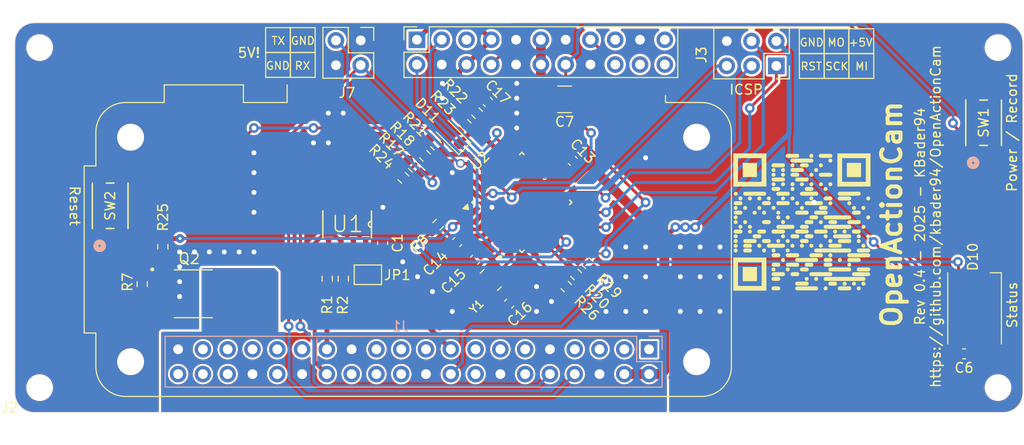
<source format=kicad_pcb>
(kicad_pcb (version 20241229) (generator "pcbnew") (generator_version "9.0")
  (title_block (date "15 nov 2012"))
  (layers (0 "F.Cu" jumper) (2 "B.Cu" signal) (13 "F.Paste" user) (15 "B.Paste" user) (5 "F.SilkS" user "F.Silkscreen") (7 "B.SilkS" user "B.Silkscreen") (1 "F.Mask" user) (3 "B.Mask" user) (25 "Edge.Cuts" user))
  (net 0 "")
  (net 1 "GND")
  (net 2 "/GPIO2{slash}SDA1")
  (net 3 "/GPIO3{slash}SCL1")
  (net 4 "/GPIO4{slash}GPCLK0")
  (net 5 "/GPIO15{slash}RXD0")
  (net 6 "/GPIO17")
  (net 7 "/GPIO18{slash}PCM.CLK")
  (net 8 "/GPIO27")
  (net 9 "/GPIO22")
  (net 10 "/GPIO23")
  (net 11 "/GPIO26")
  (net 12 "/GPIO24")
  (net 13 "/GPIO10{slash}SPI0.MOSI")
  (net 14 "/GPIO9{slash}SPI0.MISO")
  (net 15 "/GPIO25")
  (net 16 "/GPIO11{slash}SPI0.SCLK")
  (net 17 "/GPIO8{slash}SPI0.CE0")
  (net 18 "/GPIO7{slash}SPI0.CE1")
  (net 19 "/ID_SDA")
  (net 20 "/ID_SCL")
  (net 21 "/GPIO5")
  (net 22 "/GPIO6")
  (net 23 "/GPIO12{slash}PWM0")
  (net 24 "/GPIO13{slash}PWM1")
  (net 25 "/GPIO19{slash}PCM.FS")
  (net 26 "/GPIO16")
  (net 27 "/GPIO20{slash}PCM.DIN")
  (net 28 "/GPIO21{slash}PCM.DOUT")
  (net 29 "+5V")
  (net 30 "+3V3")
  (net 31 "Net-(U2-XTAL1{slash}PB6)")
  (net 32 "Net-(U2-XTAL2{slash}PB7)")
  (net 33 "Net-(D10-DIN)")
  (net 34 "/Power State/Batt_Lvl")
  (net 35 "/Power State/Reset")
  (net 36 "/Power State/SCK")
  (net 37 "/Power State/MISO")
  (net 38 "/Power State/MOSI")
  (net 39 "8.4V")
  (net 40 "Net-(JP1-A)")
  (net 41 "/Power State/Pi_En")
  (net 42 "STAT_LED")
  (net 45 "/Power State/SS")
  (net 47 "/Power State/SDA")
  (net 48 "/Power State/SCL")
  (net 49 "Pi_Gnd")
  (net 50 "LED_EN")
  (net 54 "Chrg_Stat")
  (net 57 "Rx")
  (net 58 "Tx")
  (net 59 "/Power State/STAT_LED_OB")
  (net 60 "Pi_Int")
  (net 61 "Button")
  (net 65 "Net-(Q2-G)")
  (net 66 "BATT_LVL_MID")
  (footprint "Capacitor_SMD:C_0603_1608Metric_Pad1.08x0.95mm_HandSolder" (layer "F.Cu") (at 164.09436 158.799548 -45)
    (property "Reference" "C17")
    (property "Value" "100nF")
  )
  (footprint "Resistor_SMD:R_0603_1608Metric_Pad0.98x0.95mm_HandSolder" (layer "F.Cu") (at 159.013068 171.363111 -135)
    (property "Reference" "R8")
    (property "Value" "220")
  )
  (footprint "Resistor_SMD:R_0603_1608Metric_Pad0.98x0.95mm_HandSolder" (layer "F.Cu") (at 174.305235 175.321235 135)
    (property "Reference" "R19")
    (property "Value" "2K")
  )
  (footprint "Resistor_SMD:R_0603_1608Metric_Pad0.98x0.95mm_HandSolder" (layer "F.Cu") (at 162.992 159.944 -45)
    (property "Reference" "R22")
    (property "Value" "15K")
  )
  (footprint "Resistor_SMD:R_0603_1608Metric_Pad0.98x0.95mm_HandSolder" (layer "F.Cu") (at 161.82747 161.146513 135)
    (property "Reference" "R23")
    (property "Value" "10K")
  )
  (footprint "Resistor_SMD:R_0603_1608Metric_Pad0.98x0.95mm_HandSolder" (layer "F.Cu") (at 149.285001 176.9138 90)
    (property "Reference" "R2")
    (property "Value" "3.9k")
  )
  (footprint "Jumper:SolderJumper-2_P1.3mm_Open_Pad1.0x1.5mm" (layer "F.Cu") (at 151.805001 176.503799)
    (property "Reference" "JP1")
    (property "Value" "ID_WP")
  )
  (footprint "LED_SMD:LED_WS2812B_PLCC4_5.0x5.0mm_P3.2mm" (layer "F.Cu") (at 213.97 179.95 90)
    (property "Reference" "D10")
    (property "Value" "WS2812B")
  )
  (footprint "Resistor_SMD:R_0603_1608Metric" (layer "F.Cu") (at 130.79 173.63 -90)
    (property "Reference" "R25")
    (property "Value" "10K")
  )
  (footprint "IC - CAT24C256WI-GT3:SOIC127P600X175-8N" (layer "F.Cu") (at 149.68 171.34 -90)
    (property "Reference" "U1")
    (property "Value" "CAT24C256")
  )
  (footprint "Resistor_SMD:R_0603_1608Metric_Pad0.98x0.95mm_HandSolder" (layer "F.Cu") (at 173.13153 176.478294 -45)
    (property "Reference" "R20")
    (property "Value" "3.3K")
  )
  (footprint "Resistor_SMD:R_0603_1608Metric_Pad0.98x0.95mm_HandSolder" (layer "F.Cu") (at 158.77947 163.178513 -45)
    (property "Reference" "R21")
    (property "Value" "10K")
  )
  (footprint "Button - PTS815:SW4_PTS815 SJM 250 SMTR LFS_CNK" (layer "F.Cu") (at 214.895001 160.930001 90)
    (property "Reference" "SW1")
    (property "Value" "Button  - User Interface")
  )
  (footprint "Capacitor_SMD:C_0603_1608Metric_Pad1.08x0.95mm_HandSolder" (layer "F.Cu") (at 160.96 173.152 45)
    (property "Reference" "C14")
    (property "Value" "100nF")
  )
  (footprint "Capacitor_SMD:C_0603_1608Metric_Pad1.08x0.95mm_HandSolder" (layer "F.Cu") (at 212.8975 184.61 180)
    (property "Reference" "C6")
    (property "Value" "0.1uF")
  )
  (footprint "Capacitor_SMD:C_0603_1608Metric_Pad1.08x0.95mm_HandSolder" (layer "F.Cu") (at 172.80809 164.84418 -45)
    (property "Reference" "C13")
    (property "Value" "100nF")
  )
  (footprint "Resistor_SMD:R_0603_1608Metric" (layer "F.Cu") (at 172.136 177.724 135)
    (property "Reference" "R26")
    (property "Value" "10K")
  )
  (footprint "Button - PTS815:SW4_PTS815 SJM 250 SMTR LFS_CNK" (layer "F.Cu") (at 125.395001 169.440001 90)
    (property "Reference" "SW2")
    (property "Value" "Button - Reset")
  )
  (footprint "Capacitor_SMD:C_0603_1608Metric_Pad1.08x0.95mm_HandSolder" (layer "F.Cu") (at 162.790595 174.972308 -135)
    (property "Reference" "C15")
    (property "Value" "22 pF")
  )
  (footprint "Capacitor_SMD:C_0603_1608Metric_Pad1.08x0.95mm_HandSolder" (layer "F.Cu") (at 153.315 173.2613 90)
    (property "Reference" "C1")
    (property "Value" "100n")
  )
  (footprint "LOGO" (layer "F.Cu") (at 196.275949 171.103883)
    (property "Reference" "G***" (hide yes))
    (property "Value" "LOGO" (hide yes))
  )
  (footprint "Capacitor_SMD:C_1210_3225Metric_Pad1.33x2.70mm_HandSolder" (layer "F.Cu") (at 171.962995 158.528772 180)
    (property "Reference" "C7")
    (property "Value" "47uF")
  )
  (footprint "Resistor_SMD:R_0603_1608Metric_Pad0.98x0.95mm_HandSolder" (layer "F.Cu") (at 156.530798 165.441791 135)
    (property "Reference" "R17")
    (property "Value" "3.3K")
  )
  (footprint "Package_QFP:TQFP-32_7x7mm_P0.8mm" (layer "F.Cu") (at 167.58 169.088 45)
    (property "Reference" "U2")
    (property "Value" "ATmega328P-A")
  )
  (footprint "Connector_PinSocket_2.54mm:PinSocket_2x02_P2.54mm_Vertical" (layer "F.Cu") (at 151.07 152.49)
    (property "Reference" "J7")
    (property "Value" "UART DEBUG")
  )
  (footprint "Resistor_SMD:R_0603_1608Metric_Pad0.98x0.95mm_HandSolder" (layer "F.Cu") (at 128.68 177.46 -90)
    (property "Reference" "R7")
    (property "Value" "10K")
  )
  (footprint "AOSP36326C:SOIC127P490X600X175-8N" (layer "F.Cu") (at 133.91585 178.455)
    (property "Reference" "Q2")
    (property "Value" "AOSP36326C")
  )
  (footprint "Board:Board_outline" (layer "F.Cu") (at 115.63 150.69)
    (property "Reference" "J2")
    (property "Value" "Conn_02x11_Counter_Clockwise" (hide yes))
    (fp_line (start 0 37.92) (end 0 2) (stroke (width 0.05)) (layer "Edge.Cuts"))
    (fp_line (start 2 0) (end 101.28 0) (stroke (width 0.05)) (layer "Edge.Cuts"))
    (fp_line (start 101.28 39.92) (end 2 39.92) (stroke (width 0.05)) (layer "Edge.Cuts"))
    (fp_line (start 103.28 2) (end 103.28 37.92) (stroke (width 0.05)) (layer "Edge.Cuts"))
    (fp_arc (start 0 2) (mid 0.585786 0.585786) (end 2 0) (stroke (width 0.05)) (layer "Edge.Cuts"))
    (fp_arc (start 2 39.92) (mid 0.585786 39.334214) (end 0 37.92) (stroke (width 0.05)) (layer "Edge.Cuts"))
    (fp_arc (start 101.28 0) (mid 102.694214 0.585786) (end 103.28 2) (stroke (width 0.05)) (layer "Edge.Cuts"))
    (fp_arc (start 103.28 37.92) (mid 102.694214 39.334214) (end 101.28 39.92) (stroke (width 0.05)) (layer "Edge.Cuts"))
  )
  (footprint "Resistor_SMD:R_0603_1608Metric_Pad0.98x0.95mm_HandSolder" (layer "F.Cu") (at 157.649096 164.321076 -45)
    (property "Reference" "R18")
    (property "Value" "2K")
  )
  (footprint "Resistor_SMD:R_0603_1608Metric_Pad0.98x0.95mm_HandSolder" (layer "F.Cu") (at 155.446456 166.573984 -45)
    (property "Reference" "R24")
    (property "Value" "10K")
  )
  (footprint "ECS-160-20-33-TR:XTAL_ECS-160-20-33-TR" (layer "F.Cu") (at 164.392887 177.042333 -135)
    (property "Reference" "Y1")
    (property "Value" "ECS-160-20-33-TR")
  )
  (footprint "Connector_PinSocket_2.54mm:PinSocket_2x03_P2.54mm_Vertical" (layer "F.Cu") (at 193.660144 155.100134 -90)
    (property "Reference" "J3")
    (property "Value" "ICSP Header")
  )
  (footprint "Diode_SMD:D_SOD-323_HandSoldering" (layer "F.Cu") (at 160.30347 162.162513 135)
    (property "Reference" "D11")
    (property "Value" "5.1V Zener" (hide yes))
  )
  (footprint "Capacitor_SMD:C_0603_1608Metric_Pad1.08x0.95mm_HandSolder" (layer "F.Cu") (at 166.279173 179.469671 45)
    (property "Reference" "C16")
    (property "Value" "22 pF")
  )
  (footprint "Resistor_SMD:R_0603_1608Metric_Pad0.98x0.95mm_HandSolder" (layer "F.Cu") (at 147.635 176.9138 90)
    (property "Reference" "R1")
    (property "Value" "3.9k")
  )
  (footprint "Module:Raspberry_Pi_Zero_Socketed_THT_FaceDown_MountingHoles" (layer "B.Cu") (at 180.620682 184.144257 90)
    (property "Reference" "J1")
    (property "Value" "GPIO")
  )
  (gr_rect (start 201.093639 151.292823) (end 203.633639 153.832823) (stroke (width 0.12)) (fill no) (layer "F.SilkS"))
  (gr_rect (start 198.547663 151.292823) (end 201.087663 153.832823) (stroke (width 0.12)) (fill no) (layer "F.SilkS"))
  (gr_rect (start 201.097976 153.848) (end 203.637976 156.388) (stroke (width 0.12)) (fill no) (layer "F.SilkS"))
  (gr_rect (start 196.017976 153.848) (end 198.557976 156.388) (stroke (width 0.12)) (fill no) (layer "F.SilkS"))
  (gr_rect (start 141.325741 151.183569) (end 143.865741 153.723569) (stroke (width 0.12)) (fill no) (layer "F.SilkS"))
  (gr_rect (start 141.330078 153.738746) (end 143.870078 156.278746) (stroke (width 0.12)) (fill no) (layer "F.SilkS"))
  (gr_rect (start 196.013639 151.292823) (end 198.553639 153.832823) (stroke (width 0.12)) (fill no) (layer "F.SilkS"))
  (gr_rect (start 143.864102 153.738746) (end 146.404102 156.278746) (stroke (width 0.12)) (fill no) (layer "F.SilkS"))
  (gr_rect (start 143.859765 151.183569) (end 146.399765 153.723569) (stroke (width 0.12)) (fill no) (layer "F.SilkS"))
  (gr_rect (start 198.552 153.848) (end 201.092 156.388) (stroke (width 0.12)) (fill no) (layer "F.SilkS"))
  (gr_text "+5V" (at 201.000747 153.17111 0) (layer "F.SilkS") (effects (font (size 0.8 0.8) (thickness 0.125)) (justify left bottom)))
  (gr_text "Status" (at 218.415423 182.06074 90) (layer "F.SilkS") (effects (font (size 1 1)) (justify left bottom)))
  (gr_text "Rev 0.4 - 2025 - KBader94\nhttps://github.com/kbader94/OpenActionCam" (at 210.569703 170.536266 90) (layer "F.SilkS") (effects (font (size 1 1)) (justify bottom)))
  (gr_text "ICSP" (at 188.75 158.12 0) (layer "F.SilkS") (effects (font (size 1 1)) (justify left bottom)))
  (gr_text "SCK" (at 198.591817 155.619857 0) (layer "F.SilkS") (effects (font (size 0.8 0.8) (thickness 0.125)) (justify left bottom)))
  (gr_text "MO" (at 198.830719 153.17111 0) (layer "F.SilkS") (effects (font (size 0.8 0.8) (thickness 0.125)) (justify left bottom)))
  (gr_text "Power / Record\n" (at 218.39 168.11 90) (layer "F.SilkS") (effects (font (size 1 1)) (justify left bottom)))
  (gr_text "Reset" (at 121.17 167.3 -90) (layer "F.SilkS") (effects (font (size 1 1)) (justify left bottom)))
  (gr_text "MI" (at 201.677637 155.619857 0) (layer "F.SilkS") (effects (font (size 0.8 0.8) (thickness 0.125)) (justify left bottom)))
  (gr_text "GND" (at 195.983801 153.17111 0) (layer "F.SilkS") (effects (font (size 0.8 0.8) (thickness 0.125)) (justify left bottom)))
  (gr_text "RX" (at 144.242449 155.556816 0) (layer "F.SilkS") (effects (font (size 0.8 0.8) (thickness 0.125)) (justify left bottom)))
  (gr_text "TX" (at 141.853427 153.000562 0) (layer "F.SilkS") (effects (font (size 0.8 0.8) (thickness 0.125)) (justify left bottom)))
  (gr_text "GND" (at 143.836315 153.000562 0) (layer "F.SilkS") (effects (font (size 0.8 0.8) (thickness 0.125)) (justify left bottom)))
  (gr_text "5V!" (at 139.624 154.356 0) (layer "F.SilkS") (effects (font (size 1 1)) (justify bottom)))
  (gr_text "GND" (at 141.280061 155.556816 0) (layer "F.SilkS") (effects (font (size 0.8 0.8) (thickness 0.125)) (justify left bottom)))
  (gr_text "RST" (at 196.063435 155.619857 0) (layer "F.SilkS") (effects (font (size 0.8 0.8) (thickness 0.125)) (justify left bottom)))
  (gr_text "OpenActionCam\n" (at 206.647885 182.09531 90) (layer "F.SilkS") (effects (font (size 2 2) (thickness 0.4) (bold yes)) (justify left bottom)))
  (segment (start 164.271723 169.840277) (end 164.516 169.596) (width 0.3) (layer "F.Cu") (net 1))
  (segment (start 130.73835 178.3725) (end 131.29085 177.82) (width 0.4) (layer "F.Cu") (net 1))
  (segment (start 131.29085 179.09) (end 131.29085 177.82) (width 0.4) (layer "F.Cu") (net 1))
  (segment (start 131.29085 177.82) (end 131.29085 176.55) (width 0.4) (layer "F.Cu") (net 1))
  (segment (start 164.271723 170.699221) (end 164.271723 169.840277) (width 0.3) (layer "F.Cu") (net 1))
  (segment (start 159.378311 164.966311) (end 160.452 166.04) (width 0.3) (layer "F.Cu") (net 1))
  (segment (start 158.294331 164.966311) (end 159.378311 164.966311) (width 0.3) (layer "F.Cu") (net 1))
  (segment (start 128.68 178.3725) (end 130.73835 178.3725) (width 0.4) (layer "F.Cu") (net 1))
  (segment (start 163.726268 171.244676) (end 164.271723 170.699221) (width 0.3) (layer "F.Cu") (net 1))
  (via (at 169.088 180.264) (size 1) (drill 0.5) (layers "F.Cu" "B.Cu") (net 1))
  (via (at 167.056 159.944) (size 1) (drill 0.5) (layers "F.Cu" "B.Cu") (net 1))
  (via (at 149.276 159.944) (size 1) (drill 0.5) (layers "F.Cu" "B.Cu") (net 1))
  (via (at 159.436 158.42) (size 1) (drill 0.5) (layers "F.Cu" "B.Cu") (net 1))
  (via (at 132.512 177.216) (size 1) (drill 0.5) (layers "F.Cu" "B.Cu") (net 1))
  (via (at 180.264 173.66) (size 1) (drill 0.5) (layers "F.Cu" "B.Cu") (net 1))
  (via (at 178.232 173.66) (size 1) (drill 0.5) (layers "F.Cu" "B.Cu") (net 1))
  (via (at 146.228 162.992) (size 1) (drill 0.5) (layers "F.Cu" "B.Cu") (net 1))
  (via (at 160.452 166.04) (size 1) (drill 0.5) (layers "F.Cu" "B.Cu") (net 1))
  (via (at 183.82 173.66) (size 1) (drill 0.5) (layers "F.Cu" "B.Cu") (net 1))
  (via (at 185.852 173.66) (size 1) (drill 0.5) (layers "F.Cu" "B.Cu") (net 1))
  (via (at 160.452 180.264) (size 1) (drill 0.5) (layers "F.Cu" "B.Cu") (net 1))
  (via (at 147.752 159.944) (size 1) (drill 0.5) (layers "F.Cu" "B.Cu") (net 1))
  (via (at 180.264 164.516) (size 1) (drill 0.5) (layers "F.Cu" "B.Cu") (net 1))
  (via (at 169.088 177.724) (size 1) (drill 0.5) (layers "F.Cu" "B.Cu") (net 1))
  (via (at 167.056 156.896) (size 1) (drill 0.5) (layers "F.Cu" "B.Cu") (net 1))
  (via (at 155.372 175.184) (size 1) (drill 0.5) (layers "F.Cu" "B.Cu") (net 1))
  (via (at 140.132 166.04) (size 1) (drill 0.5) (layers "F.Cu" "B.Cu") (net 1))
  (via (at 197.536 169.088) (size 1) (drill 0.5) (layers "F.Cu" "B.Cu") (net 1))
  (via (at 132.512 174.168) (size 1) (drill 0.5) (layers "F.Cu" "B.Cu") (net 1))
  (via (at 164.516 169.596) (size 1) (drill 0.5) (layers "F.Cu" "B.Cu") (net 1))
  (via (at 132.512 178.74) (size 1) (drill 0.5) (layers "F.Cu" "B.Cu") (net 1))
  (via (at 140.132 168.072) (size 1) (drill 0.5) (layers "F.Cu" "B.Cu") (net 1))
  (via (at 178.232 176.708) (size 1) (drill 0.5) (layers "F.Cu" "B.Cu") (net 1))
  (via (at 187.884 176.708) (size 1) (drill 0.5) (layers "F.Cu" "B.Cu") (net 1))
  (via (at 140.132 164.008) (size 1) (drill 0.5) (layers "F.Cu" "B.Cu") (net 1))
  (via (at 137.084 174.168) (size 1) (drill 0.5) (layers "F.Cu" "B.Cu") (net 1))
  (via (at 183.82 176.708) (size 1) (drill 0.5) (layers "F.Cu" "B.Cu") (net 1))
  (via (at 180.264 176.708) (size 1) (drill 0.5) (layers "F.Cu" "B.Cu") (net 1))
  (via (at 135.56 174.168) (size 1) (drill 0.5) (layers "F.Cu" "B.Cu") (net 1))
  (via (at 159.436 156.896) (size 1) (drill 0.5) (layers "F.Cu" "B.Cu") (net 1))
  (via (at 187.884 173.66) (size 1) (drill 0.5) (layers "F.Cu" "B.Cu") (net 1))
  (via (at 158.42 178.232) (size 1) (drill 0.5) (layers "F.Cu" "B.Cu") (net 1))
  (via (at 134.036 174.168) (size 1) (drill 0.5) (layers "F.Cu" "B.Cu") (net 1))
  (via (at 183.82 180.264) (size 1) (drill 0.5) (layers "F.Cu" "B.Cu") (net 1))
  (via (at 156.896 176.708) (size 1) (drill 0.5) (layers "F.Cu" "B.Cu") (net 1))
  (via (at 140.132 170.104) (size 1) (drill 0.5) (layers "F.Cu" "B.Cu") (net 1))
  (via (at 140.132 174.168) (size 1) (drill 0.5) (layers "F.Cu" "B.Cu") (net 1))
  (via (at 138.608 174.168) (size 1) (drill 0.5) (layers "F.Cu" "B.Cu") (net 1))
  (via (at 180.264 180.264) (size 1) (drill 0.5) (layers "F.Cu" "B.Cu") (net 1))
  (via (at 147.752 162.992) (size 1) (drill 0.5) (layers "F.Cu" "B.Cu") (net 1))
  (via (at 178.232 180.264) (size 1) (drill 0.5) (layers "F.Cu" "B.Cu") (net 1))
  (via (at 167.056 158.42) (size 1) (drill 0.5) (layers "F.Cu" "B.Cu") (net 1))
  (via (at 185.852 180.264) (size 1) (drill 0.5) (layers "F.Cu" "B.Cu") (net 1))
  (via (at 187.884 180.264) (size 1) (drill 0.5) (layers "F.Cu" "B.Cu") (net 1))
  (via (at 132.512 175.692) (size 1) (drill 0.5) (layers "F.Cu" "B.Cu") (net 1))
  (via (at 176.2 180.264) (size 1) (drill 0.5) (layers "F.Cu" "B.Cu") (net 1))
  (via (at 153.34 169.596) (size 1) (drill 0.5) (layers "F.Cu" "B.Cu") (net 1))
  (via (at 185.852 176.708) (size 1) (drill 0.5) (layers "F.Cu" "B.Cu") (net 1))
  (via (at 167.056 161.468) (size 1) (drill 0.5) (layers "F.Cu" "B.Cu") (net 1))
  (via (at 170.612 179.248) (size 1) (drill 0.5) (layers "F.Cu" "B.Cu") (net 1))
  (segment (start 148.592159 163.675841) (end 144.888003 167.379997) (width 0.3) (layer "F.Cu") (net 5))
  (segment (start 155.885563 164.794139) (end 157.003861 163.675841) (width 0.3) (layer "F.Cu") (net 5))
  (segment (start 144.888003 167.379997) (end 144.888003 181.788) (width 0.3) (layer "F.Cu") (net 5))
  (segment (start 155.885563 164.796556) (end 155.885563 164.794139) (width 0.3) (layer "F.Cu") (net 5))
  (segment (start 157.003861 163.675841) (end 148.592159 163.675841) (width 0.3) (layer "F.Cu") (net 5))
  (via (at 144.888003 181.788) (size 1) (drill 0.5) (layers "F.Cu" "B.Cu") (net 5))
  (segment (start 144.888003 181.788) (end 146.261682 183.161679) (width 0.3) (layer "B.Cu") (net 5))
  (segment (start 146.261682 183.161679) (end 146.261682 187.409682) (width 0.3) (layer "B.Cu") (net 5))
  (segment (start 169.260939 187.884) (end 170.460682 186.684257) (width 0.3) (layer "B.Cu") (net 5))
  (segment (start 146.736 187.884) (end 169.260939 187.884) (width 0.3) (layer "B.Cu") (net 5))
  (segment (start 146.261682 187.409682) (end 146.736 187.884) (width 0.3) (layer "B.Cu") (net 5))
  (segment (start 174.933824 175.96647) (end 173.776765 177.123529) (width 0.3) (layer "F.Cu") (net 12))
  (segment (start 174.95047 175.96647) (end 174.933824 175.96647) (width 0.3) (layer "F.Cu") (net 12))
  (segment (start 176.2 177.216) (end 174.95047 175.96647) (width 0.3) (layer "F.Cu") (net 12))
  (via (at 176.2 177.216) (size 1) (drill 0.5) (layers "F.Cu" "B.Cu") (net 12))
  (segment (start 171.628 181.788) (end 176.2 177.216) (width 0.3) (layer "B.Cu") (net 12))
  (segment (start 161.468 182.804) (end 162.484 181.788) (width 0.3) (layer "B.Cu") (net 12))
  (segment (start 161.501682 182.837682) (end 161.468 182.804) (width 0.3) (layer "B.Cu") (net 12))
  (segment (start 167.056 181.788) (end 171.628 181.788) (width 0.3) (layer "B.Cu") (net 12))
  (segment (start 161.501682 185.483257) (end 161.501682 182.837682) (width 0.3) (layer "B.Cu") (net 12))
  (segment (start 160.300682 186.684257) (end 161.501682 185.483257) (width 0.3) (layer "B.Cu") (net 12))
  (segment (start 162.484 181.788) (end 167.056 181.788) (width 0.3) (layer "B.Cu") (net 12))
  (segment (start 147.635 176.0013) (end 146.71 176.9263) (width 0.5) (layer "F.Cu") (net 19))
  (segment (start 147.775 175.8613) (end 147.635 176.0013) (width 0.5) (layer "F.Cu") (net 19))
  (segment (start 147.775 173.8038) (end 147.775 175.8613) (width 0.5) (layer "F.Cu") (net 19))
  (segment (start 146.71 176.9263) (end 146.71 178.67) (width 0.5) (layer "F.Cu") (net 19))
  (segment (start 147.600682 179.560682) (end 147.600682 184.144257) (width 0.5) (layer "F.Cu") (net 19))
  (segment (start 146.71 178.67) (end 147.600682 179.560682) (width 0.5) (layer "F.Cu") (net 19))
  (segment (start 149.045 173.8038) (end 149.045 175.761299) (width 0.5) (layer "F.Cu") (net 20))
  (segment (start 147.2236 172.4132) (end 148.3656 172.4132) (width 0.4) (layer "F.Cu") (net 20))
  (segment (start 149.045 173.0926) (end 149.045 173.8038) (width 0.4) (layer "F.Cu") (net 20))
  (segment (start 146.350682 185.434257) (end 146.350682 179.229921) (width 0.4) (layer "F.Cu") (net 20))
  (segment (start 146.350682 179.229921) (end 146.01 178.889239) (width 0.4) (layer "F.Cu") (net 20))
  (segment (start 147.600682 186.684257) (end 146.350682 185.434257) (width 0.4) (layer "F.Cu") (net 20))
  (segment (start 148.3656 172.4132) (end 149.045 173.0926) (width 0.4) (layer "F.Cu") (net 20))
  (segment (start 146.01 178.889239) (end 146.01 173.6268) (width 0.4) (layer "F.Cu") (net 20))
  (segment (start 146.01 173.6268) (end 147.2236 172.4132) (width 0.4) (layer "F.Cu") (net 20))
  (segment (start 149.045 175.761299) (end 149.285001 176.0013) (width 0.5) (layer "F.Cu") (net 20))
  (segment (start 169.529318 154.965743) (end 169.529318 157.657595) (width 1) (layer "F.Cu") (net 29))
  (segment (start 212.035 181.555) (end 203.632 173.152) (width 0.3) (layer "F.Cu") (net 29))
  (segment (start 171.999417 166.365639) (end 172.910996 165.45406) (width 0.5) (layer "F.Cu") (net 29))
  (segment (start 212.035 184.61) (end 212.035 181.555) (width 0.3) (layer "F.Cu") (net 29))
  (segment (start 170.198528 168.166528) (end 167.660164 170.704892) (width 1) (layer "F.Cu") (net 29))
  (segment (start 170.868047 166.365639) (end 171.999417 166.365639) (width 0.5) (layer "F.Cu") (net 29))
  (segment (start 169.85 167.31) (end 170.228676 166.931324) (width 0.5) (layer "F.Cu") (net 29))
  (segment (start 173.753846 163.593846) (end 173.753846 164.516) (width 1) (layer "F.Cu") (net 29))
  (segment (start 171.999417 167.49701) (end 171.999417 166.872613) (width 0.5) (layer "F.Cu") (net 29))
  (segment (start 154.801221 165.928749) (end 154.801221 167.096891) (width 0.3) (layer "F.Cu") (net 29))
  (segment (start 169.85 167.31) (end 170.198528 167.658528) (width 0.5) (layer "F.Cu") (net 29))
  (segment (start 212.035 184.61) (end 212.035 182.685) (width 0.5) (layer "F.Cu") (net 29))
  (segment (start 170.228676 166.931324) (end 171.433732 166.931324) (width 0.5) (layer "F.Cu") (net 29))
  (segment (start 167.056 170.704892) (end 165.397422 170.704892) (width 1) (layer "F.Cu") (net 29))
  (segment (start 212.035 182.685) (end 212.32 182.4) (width 0.5) (layer "F.Cu") (net 29))
  (segment (start 155.939188 165.928749) (end 154.801221 165.928749) (width 0.3) (layer "F.Cu") (net 29))
  (segment (start 161.56988 172.54212) (end 163.560194 172.54212) (width 0.5) (layer "F.Cu") (net 29))
  (segment (start 170.400495 158.528772) (end 170.612 158.740277) (width 1) (layer "F.Cu") (net 29))
  (segment (start 167.056 171.309056) (end 167.056 170.704892) (width 0.5) (layer "F.Cu") (net 29))
  (segment (start 163.560194 172.54212) (end 164.291953 171.810361) (width 0.5) (layer "F.Cu") (net 29))
  (segment (start 169.091221 166.551221) (end 169.85 167.31) (width 0.5) (layer "F.Cu") (net 29))
  (segment (start 169.736676 165.234268) (end 169.091221 165.879723) (width 0.5) (layer "F.Cu") (net 29))
  (segment (start 173.753846 164.516) (end 173.753846 165.118184) (width 1) (layer "F.Cu") (net 29))
  (segment (start 169.091221 165.879723) (end 169.091221 166.551221) (width 0.5) (layer "F.Cu") (net 29))
  (segment (start 182.171682 186.335338) (end 181.822763 186.684257) (width 1) (layer "F.Cu") (net 29))
  (segment (start 164.291953 171.810361) (end 165.187408 170.914907) (width 0.5) (layer "F.Cu") (net 29))
  (segment (start 182.171682 181.788) (end 182.171682 186.335338) (width 1) (layer "F.Cu") (net 29))
  (segment (start 172.719363 178.307363) (end 181.080319 178.307363) (width 0.3) (layer "F.Cu") (net 29))
  (segment (start 158.134235 163.733702) (end 155.939188 165.928749) (width 0.3) (layer "F.Cu") (net 29))
  (segment (start 158.134235 162.533278) (end 158.134235 163.733702) (width 0.3) (layer "F.Cu") (net 29))
  (segment (start 178.080682 186.684257) (end 181.822763 186.684257) (width 1) (layer "F.Cu") (net 29))
  (segment (start 165.423324 172.941732) (end 167.056 171.309056) (width 0.5) (layer "F.Cu") (net 29))
  (segment (start 182.171682 172.933836) (end 182.171682 177.216) (width 1) (layer "F.Cu") (net 29))
  (segment (start 169.529318 157.657595) (end 170.400495 158.528772) (width 1) (layer "F.Cu") (net 29))
  (segment (start 169.529318 152.425743) (end 169.529318 154.965743) (width 1) (layer "F.Cu") (net 29))
  (segment (start 165.397422 170.704892) (end 165.187408 170.914907) (width 1) (layer "F.Cu") (net 29))
  (segment (start 182.171682 177.216) (end 182.171682 178.232) (width 1) (layer "F.Cu") (net 29))
  (segment (start 170.198528 167.658528) (end 170.198528 168.166528) (width 0.5) (layer "F.Cu") (net 29))
  (segment (start 181.080319 178.307363) (end 182.171682 177.216) (width 0.3) (layer "F.Cu") (net 29))
  (segment (start 160.24645 172.54212) (end 161.56988 172.54212) (width 0.3) (layer "F.Cu") (net 29))
  (segment (start 171.999417 166.872613) (end 173.41797 165.45406) (width 0.5) (layer "F.Cu") (net 29))
  (segment (start 154.801221 167.096891) (end 160.24645 172.54212) (width 0.3) (layer "F.Cu") (net 29))
  (segment (start 173.41797 165.45406) (end 172.910996 165.45406) (width 1) (layer "F.Cu") (net 29))
  (segment (start 181.822763 186.684257) (end 180.620682 186.684257) (width 1) (layer "F.Cu") (net 29))
  (segment (start 173.753846 165.118184) (end 173.41797 165.45406) (width 1) (layer "F.Cu") (net 29))
  (segment (start 171.433732 166.931324) (end 170.198528 168.166528) (width 1) (layer "F.Cu") (net 29))
  (segment (start 170.612 158.740277) (end 170.612 160.452) (width 1) (layer "F.Cu") (net 29))
  (segment (start 182.171682 172.933836) (end 182.171682 172.768318) (width 0.5) (layer "F.Cu") (net 29))
  (segment (start 175.992923 166.755077) (end 182.171682 172.933836) (width 1) (layer "F.Cu") (net 29))
  (segment (start 182.171682 172.768318) (end 183.312 171.628) (width 0.5) (layer "F.Cu") (net 29))
  (segment (start 182.171682 178.232) (end 182.171682 181.788) (width 1) (layer "F.Cu") (net 29))
  (segment (start 167.660164 170.704892) (end 167.056 170.704892) (width 1) (layer "F.Cu") (net 29))
  (segment (start 170.612 160.452) (end 173.753846 163.593846) (width 1) (layer "F.Cu") (net 29))
  (segment (start 173.753846 164.516) (end 175.992923 166.755077) (width 1) (layer "F.Cu") (net 29))
  (segment (start 172.910996 165.45406) (end 171.433732 166.931324) (width 1) (layer "F.Cu") (net 29))
  (via (at 183.312 171.628) (size 1) (drill 0.5) (layers "F.Cu" "B.Cu") (net 29))
  (via (at 203.632 173.152) (size 1) (drill 0.5) (layers "F.Cu" "B.Cu") (net 29))
  (via (at 184.328 171.628) (size 1) (drill 0.5) (layers "F.Cu" "B.Cu") (net 29))
  (via (at 185.344 171.628) (size 1) (drill 0.5) (layers "F.Cu" "B.Cu") (net 29))
  (segment (start 203.632 173.152) (end 194.961144 164.481144) (width 0.3) (layer "B.Cu") (net 29))
  (segment (start 184.328 171.628) (end 185.344 171.628) (width 0.5) (layer "B.Cu") (net 29))
  (segment (start 194.961144 153.861134) (end 193.660144 152.560134) (width 0.5) (layer "B.Cu") (net 29))
  (segment (start 194.961144 164.481144) (end 194.961144 162.010856) (width 0.3) (layer "B.Cu") (net 29))
  (segment (start 183.312 171.628) (end 184.328 171.628) (width 0.5) (layer "B.Cu") (net 29))
  (segment (start 185.344 171.628) (end 194.961144 162.010856) (width 0.5) (layer "B.Cu") (net 29))
  (segment (start 194.961144 162.010856) (end 194.961144 153.861134) (width 0.5) (layer "B.Cu") (net 29))
  (segment (start 153.860224 177.703799) (end 153.655001 177.703799) (width 0.5) (layer "F.Cu") (net 30))
  (segment (start 153.315 174.1238) (end 153.005002 174.1238) (width 0.5) (layer "F.Cu") (net 30))
  (segment (start 160.300682 184.144257) (end 153.860224 177.703799) (width 0.5) (layer "F.Cu") (net 30))
  (segment (start 151.585 173.8038) (end 152.455001 174.673801) (width 0.5) (layer "F.Cu") (net 30))
  (segment (start 152.455001 177.753799) (end 152.455001 176.503799) (width 0.5) (layer "F.Cu") (net 30))
  (segment (start 147.635 177.8263) (end 149.285001 177.8263) (width 0.5) (layer "F.Cu") (net 30))
  (segment (start 152.455001 174.673801) (end 152.455001 176.503799) (width 0.5) (layer "F.Cu") (net 30))
  (segment (start 152.3825 177.8263) (end 152.455001 177.753799) (width 0.5) (layer "F.Cu") (net 30))
  (segment (start 153.655001 177.703799) (end 152.455001 176.503799) (width 0.5) (layer "F.Cu") (net 30))
  (segment (start 153.005002 174.1238) (end 152.455001 174.673801) (width 0.5) (layer "F.Cu") (net 30))
  (segment (start 149.285001 177.8263) (end 152.3825 177.8263) (width 0.5) (layer "F.Cu") (net 30))
  (segment (start 164.569664 175.592764) (end 164.569664 174.926763) (width 0.3) (layer "F.Cu") (net 31))
  (segment (start 163.654912 174.06612) (end 164.847223 175.258431) (width 0.5) (layer "F.Cu") (net 31))
  (segment (start 164.569664 174.926763) (end 165.98901 173.507417) (width 0.3) (layer "F.Cu") (net 31))
  (segment (start 165.669293 179.945085) (end 164.21611 178.491902) (width 0.5) (layer "F.Cu") (net 32))
  (segment (start 164.21611 178.491902) (end 164.21611 177.21911) (width 0.3) (layer "F.Cu") (net 32))
  (segment (start 164.21611 177.21911) (end 166.554695 174.880525) (width 0.3) (layer "F.Cu") (net 32))
  (segment (start 166.554695 174.880525) (end 166.554695 174.073103) (width 0.3) (layer "F.Cu") (net 32))
  (segment (start 165.669293 180.079551) (end 165.669293 179.945085) (width 0.5) (layer "F.Cu") (net 32))
  (segment (start 156.896 173.66) (end 156.896 173.480179) (width 0.3) (layer "F.Cu") (net 33))
  (segment (start 212.32 177.5) (end 212.32 175.236) (width 0.3) (layer "F.Cu") (net 33))
  (segment (start 212.32 175.236) (end 212.268 175.184) (width 0.3) (layer "F.Cu") (net 33))
  (segment (start 156.896 173.480179) (end 158.367833 172.008346) (width 0.3) (layer "F.Cu") (net 33))
  (via (at 212.268 175.184) (size 1) (drill 0.5) (layers "F.Cu" "B.Cu") (net 33))
  (via (at 156.896 173.66) (size 1) (drill 0.5) (layers "F.Cu" "B.Cu") (net 33))
  (segment (start 158.42 175.184) (end 156.896 173.66) (width 0.3) (layer "B.Cu") (net 33))
  (segment (start 212.268 175.184) (end 158.42 175.184) (width 0.3) (layer "B.Cu") (net 33))
  (segment (start 162.894226 161.573799) (end 162.894226 161.370226) (width 0.5) (layer "F.Cu") (net 34))
  (segment (start 164.70424 159.52223) (end 163.637235 160.589235) (width 0.5) (layer "F.Cu") (net 34))
  (segment (start 162.894226 161.370226) (end 162.472705 161.791748) (width 0.5) (layer "F.Cu") (net 34))
  (segment (start 162.442001 161.791748) (end 161.187353 163.046396) (width 0.5) (layer "F.Cu") (net 34))
  (segment (start 165.98901 164.668583) (end 162.894226 161.573799) (width 0.5) (layer "F.Cu") (net 34))
  (segment (start 164.70424 159.409428) (end 164.70424 159.52223) (width 0.5) (layer "F.Cu") (net 34))
  (segment (start 163.637235 160.627218) (end 162.894226 161.370226) (width 0.5) (layer "F.Cu") (net 34))
  (segment (start 163.637235 160.589235) (end 163.637235 160.627218) (width 0.5) (layer "F.Cu") (net 34))
  (segment (start 162.472705 161.791748) (end 162.442001 161.791748) (width 0.5) (layer "F.Cu") (net 34))
  (segment (start 158.237099 161.468) (end 159.424705 162.655606) (width 0.3) (layer "F.Cu") (net 35))
  (segment (start 162.094777 164.168463) (end 164.291953 166.365639) (width 0.5) (layer "F.Cu") (net 35))
  (segment (start 124.320002 170.089998) (end 124.45 169.96) (width 0.3) (layer "F.Cu") (net 35))
  (segment (start 146.228 161.468) (end 158.237099 161.468) (width 0.3) (layer "F.Cu") (net 35))
  (segment (start 159.76942 164.168463) (end 162.094777 164.168463) (width 0.5) (layer "F.Cu") (net 35))
  (segment (start 124.320002 171.690002) (end 124.320002 170.089998) (width 0.3) (layer "F.Cu") (net 35))
  (segment (start 159.424705 162.655606) (end 159.424705 163.823748) (width 0.3) (layer "F.Cu") (net 35))
  (segment (start 159.424705 163.823748) (end 159.76942 164.168463) (width 0.5) (layer "F.Cu") (net 35))
  (segment (start 140.132 161.468) (end 131.64 169.96) (width 0.3) (layer "F.Cu") (net 35))
  (segment (start 166.548 168.58) (end 164.333639 166.365639) (width 0.3) (layer "F.Cu") (net 35))
  (segment (start 131.64 169.96) (end 124.45 169.96) (width 0.3) (layer "F.Cu") (net 35))
  (segment (start 164.333639 166.365639) (end 164.291953 166.365639) (width 0.3) (layer "F.Cu") (net 35))
  (via (at 146.228 161.468) (size 1) (drill 0.5) (layers "F.Cu" "B.Cu") (net 35))
  (via (at 166.548 168.58) (size 1) (drill 0.5) (layers "F.Cu" "B.Cu") (net 35))
  (via (at 140.132 161.468) (size 1) (drill 0.5) (layers "F.Cu" "B.Cu") (net 35))
  (segment (start 146.228 161.468) (end 140.132 161.468) (width 0.3) (layer "B.Cu") (net 35))
  (segment (start 167.51987 167.60813) (end 175.13987 167.60813) (width 0.3) (layer "B.Cu") (net 35))
  (segment (start 175.13987 167.60813) (end 187.647866 155.100134) (width 0.3) (layer "B.Cu") (net 35))
  (segment (start 187.647866 155.100134) (end 188.580144 155.100134) (width 0.3) (layer "B.Cu") (net 35))
  (segment (start 166.548 168.58) (end 167.51987 167.60813) (width 0.3) (layer "B.Cu") (net 35))
  (segment (start 175.603483 168.062695) (end 176.160394 168.619606) (width 0.3) (layer "F.Cu") (net 36))
  (segment (start 172.565103 168.062695) (end 175.603483 168.062695) (width 0.3) (layer "F.Cu") (net 36))
  (via (at 176.160394 168.619606) (size 1) (drill 0.5) (layers "F.Cu" "B.Cu") (net 36))
  (segment (start 189.916 156.304278) (end 191.120144 155.100134) (width 0.3) (layer "B.Cu") (net 36))
  (segment (start 176.160394 168.619606) (end 178.74 166.04) (width 0.3) (layer "B.Cu") (net 36))
  (segment (start 186.868 166.04) (end 189.916 162.992) (width 0.3) (layer "B.Cu") (net 36))
  (segment (start 189.916 162.992) (end 189.916 156.304278) (width 0.3) (layer "B.Cu") (net 36))
  (segment (start 178.74 166.04) (end 186.868 166.04) (width 0.3) (layer "B.Cu") (net 36))
  (segment (start 176.190695 170.113305) (end 176.2 170.104) (width 0.3) (layer "F.Cu") (net 37))
  (segment (start 172.565103 170.113305) (end 176.190695 170.113305) (width 0.3) (layer "F.Cu") (net 37))
  (segment (start 190.932 159.436) (end 193.660144 156.707856) (width 0.3) (layer "F.Cu") (net 37))
  (segment (start 193.660144 156.707856) (end 193.660144 155.100134) (width 0.3) (layer "F.Cu") (net 37))
  (via (at 190.932 159.436) (size 1) (drill 0.5) (layers "F.Cu" "B.Cu") (net 37))
  (via (at 176.2 170.104) (size 1) (drill 0.5) (layers "F.Cu" "B.Cu") (net 37))
  (segment (start 179.248 167.056) (end 187.376 167.056) (width 0.3) (layer "B.Cu") (net 37))
  (segment (start 190.932 163.5) (end 190.932 159.436) (width 0.3) (layer "B.Cu") (net 37))
  (segment (start 187.376 167.056) (end 190.932 163.5) (width 0.3) (layer "B.Cu") (net 37))
  (segment (start 176.2 170.104) (end 179.248 167.056) (width 0.3) (layer "B.Cu") (net 37))
  (segment (start 171.999417 170.67899) (end 172.948427 171.628) (width 0.3) (layer "F.Cu") (net 38))
  (segment (start 172.948427 171.628) (end 176.2 171.628) (width 0.3) (layer "F.Cu") (net 38))
  (via (at 176.2 171.628) (size 1) (drill 0.5) (layers "F.Cu" "B.Cu") (net 38))
  (segment (start 192.321144 163.126856) (end 192.321144 153.761134) (width 0.3) (layer "B.Cu") (net 38))
  (segment (start 176.2 171.628) (end 179.756 168.072) (width 0.3) (layer "B.Cu") (net 38))
  (segment (start 192.321144 153.761134) (end 191.120144 152.560134) (width 0.3) (layer "B.Cu") (net 38))
  (segment (start 187.376 168.072) (end 192.321144 163.126856) (width 0.3) (layer "B.Cu") (net 38))
  (segment (start 179.756 168.072) (end 187.376 168.072) (width 0.3) (layer "B.Cu") (net 38))
  (segment (start 156.829318 152.425743) (end 158.130318 151.124743) (width 0.5) (layer "F.Cu") (net 39))
  (segment (start 164.449318 152.425743) (end 161.909318 154.965743) (width 0.5) (layer "F.Cu") (net 39))
  (segment (start 161.182235 155.692826) (end 161.182235 160.501278) (width 0.5) (layer "F.Cu") (net 39))
  (segment (start 163.148318 151.124743) (end 164.449318 152.425743) (width 0.5) (layer "F.Cu") (net 39))
  (segment (start 161.909318 154.965743) (end 161.182235 155.692826) (width 0.5) (layer "F.Cu") (net 39))
  (segment (start 158.130318 151.124743) (end 163.148318 151.124743) (width 0.5) (layer "F.Cu") (net 39))
  (segment (start 150.315 173.8038) (end 150.315 175.663798) (width 0.5) (layer "F.Cu") (net 40))
  (segment (start 150.315 175.663798) (end 151.155001 176.503799) (width 0.5) (layer "F.Cu") (net 40))
  (segment (start 132.535 172.805) (end 132.55 172.79) (width 0.5) (layer "F.Cu") (net 41))
  (segment (start 163.160583 170.67899) (end 162.615128 171.224445) (width 0.3) (layer "F.Cu") (net 41))
  (segment (start 160.855555 171.224445) (end 160.493206 171.586794) (width 0.3) (layer "F.Cu") (net 41))
  (segment (start 130.79 172.805) (end 132.535 172.805) (width 0.5) (layer "F.Cu") (net 41))
  (segment (start 162.615128 171.224445) (end 160.855555 171.224445) (width 0.3) (layer "F.Cu") (net 41))
  (via (at 160.493206 171.586794) (size 1) (drill 0.5) (layers "F.Cu" "B.Cu") (net 41))
  (via (at 132.55 172.79) (size 0.9) (drill 0.3) (layers "F.Cu" "B.Cu") (net 41))
  (segment (start 159.29 172.79) (end 132.55 172.79) (width 0.3) (layer "B.Cu") (net 41))
  (segment (start 160.493206 171.586794) (end 159.29 172.79) (width 0.3) (layer "B.Cu") (net 41))
  (segment (start 165.650318 151.788682) (end 166.548 150.891) (width 0.3) (layer "F.Cu") (net 42))
  (segment (start 215.62 182.39) (end 215.65 182.36) (width 0.5) (layer "F.Cu") (net 42))
  (segment (start 166.548 150.891) (end 201.183 150.891) (width 0.3) (layer "F.Cu") (net 42))
  (segment (start 164.449318 154.965743) (end 165.650318 153.764743) (width 0.3) (layer "F.Cu") (net 42))
  (segment (start 214.87 182.4) (end 215.62 182.4) (width 0.3) (layer "F.Cu") (net 42))
  (segment (start 201.183 150.891) (end 205.664 155.372) (width 0.3) (layer "F.Cu") (net 42))
  (segment (start 215.62 182.4) (end 215.62 182.39) (width 0.5) (layer "F.Cu") (net 42))
  (segment (start 205.664 173.194) (end 214.87 182.4) (width 0.3) (layer "F.Cu") (net 42))
  (segment (start 165.650318 153.764743) (end 165.650318 151.788682) (width 0.3) (layer "F.Cu") (net 42))
  (segment (start 205.664 155.372) (end 205.664 173.194) (width 0.3) (layer "F.Cu") (net 42))
  (segment (start 170.868047 171.884047) (end 172.136 173.152) (width 0.3) (layer "F.Cu") (net 50))
  (segment (start 170.868047 171.810361) (end 170.868047 171.884047) (width 0.3) (layer "F.Cu") (net 50))
  (via (at 172.136 173.152) (size 1) (drill 0.5) (layers "F.Cu" "B.Cu") (net 50))
  (segment (start 170.612 174.676) (end 165.532 174.676) (width 0.3) (layer "B.Cu") (net 50))
  (segment (start 172.136 173.152) (end 170.612 174.676) (width 0.3) (layer "B.Cu") (net 50))
  (segment (start 162.992 165.024) (end 156.829318 158.861318) (width 0.3) (layer "B.Cu") (net 50))
  (segment (start 162.992 172.136) (end 162.992 165.024) (width 0.3) (layer "B.Cu") (net 50))
  (segment (start 156.829318 158.861318) (end 156.829318 154.965743) (width 0.3) (layer "B.Cu") (net 50))
  (segment (start 165.532 174.676) (end 162.992 172.136) (width 0.3) (layer "B.Cu") (net 50))
  (segment (start 171.552637 177.140637) (end 172.310471 177.140637) (width 0.2) (layer "F.Cu") (net 54))
  (segment (start 175.810318 164.634318) (end 175.810318 153.626743) (width 0.3) (layer "F.Cu") (net 54))
  (segment (start 171.256601 176.930155) (end 168.605305 174.278859) (width 0.3) (layer "F.Cu") (net 54))
  (segment (start 175.117108 174.334) (end 176.2 174.334) (width 0.2) (layer "F.Cu") (net 54))
  (segment (start 168.605305 174.278859) (end 168.605305 174.073103) (width 0.3) (layer "F.Cu") (net 54))
  (segment (start 180.264 169.088) (end 175.810318 164.634318) (width 0.3) (layer "F.Cu") (net 54))
  (segment (start 175.810318 153.626743) (end 174.609318 152.425743) (width 0.3) (layer "F.Cu") (net 54))
  (segment (start 172.310471 177.140637) (end 175.117108 174.334) (width 0.2) (layer "F.Cu") (net 54))
  (via (at 176.2 174.334) (size 1) (drill 0.5) (layers "F.Cu" "B.Cu") (net 54))
  (via (at 180.264 169.088) (size 1) (drill 0.5) (layers "F.Cu" "B.Cu") (net 54))
  (segment (start 176.2 174.334) (end 176.2 173.152) (width 0.3) (layer "B.Cu") (net 54))
  (segment (start 176.2 173.152) (end 180.264 169.088) (width 0.3) (layer "B.Cu") (net 54))
  (segment (start 163.726268 166.931324) (end 161.886969 165.092025) (width 0.3) (layer "F.Cu") (net 57))
  (segment (start 161.886969 165.092025) (end 161.293472 165.092025) (width 0.3) (layer "F.Cu") (net 57))
  (segment (start 143.688 181.788) (end 143.688 162.412) (width 0.3) (layer "F.Cu") (net 57))
  (segment (start 143.688 162.412) (end 151.07 155.03) (width 0.3) (layer "F.Cu") (net 57))
  (via (at 161.293472 165.092025) (size 0.9) (drill 0.6) (layers "F.Cu" "B.Cu") (net 57))
  (via (at 143.688 181.788) (size 1) (drill 0.5) (layers "F.Cu" "B.Cu") (net 57))
  (segment (start 170.784939 188.9) (end 167.564 188.9) (width 0.3) (layer "B.Cu") (net 57))
  (segment (start 161.293472 165.092025) (end 161.132025 165.092025) (width 0.3) (layer "B.Cu") (net 57))
  (segment (start 145.439954 188.9) (end 143.721682 187.181728) (width 0.3) (layer "B.Cu") (net 57))
  (segment (start 143.721682 181.821682) (end 143.688 181.788) (width 0.3) (layer "B.Cu") (net 57))
  (segment (start 143.721682 187.181728) (end 143.721682 181.821682) (width 0.3) (layer "B.Cu") (net 57))
  (segment (start 167.564 188.9) (end 145.439954 188.9) (width 0.3) (layer "B.Cu") (net 57))
  (segment (start 173.000682 186.684257) (end 170.784939 188.9) (width 0.3) (layer "B.Cu") (net 57))
  (segment (start 161.132025 165.092025) (end 151.07 155.03) (width 0.3) (layer "B.Cu") (net 57))
  (segment (start 159.896974 167.056) (end 158.928 166.087026) (width 0.5) (layer "F.Cu") (net 58))
  (segment (start 158.42 166.595026) (end 158.928 166.087026) (width 0.3) (layer "F.Cu") (net 58))
  (segment (start 162.614922 167.056) (end 162.410477 166.851555) (width 0.5) (layer "F.Cu") (net 58))
  (segment (start 158.42 167.056) (end 158.42 166.595026) (width 0.3) (layer "F.Cu") (net 58))
  (segment (start 163.160583 167.49701) (end 162.719573 167.056) (width 0.5) (layer "F.Cu") (net 58))
  (segment (start 162.410477 166.851555) (end 162.036855 166.851555) (width 0.5) (layer "F.Cu") (net 58))
  (segment (start 162.036855 166.851555) (end 161.83241 167.056) (width 0.5) (layer "F.Cu") (net 58))
  (segment (start 158.928 166.087026) (end 157.176033 166.087026) (width 0.5) (layer "F.Cu") (net 58))
  (segment (start 162.719573 167.056) (end 162.614922 167.056) (width 0.5) (layer "F.Cu") (net 58))
  (segment (start 161.83241 167.056) (end 159.896974 167.056) (width 0.5) (layer "F.Cu") (net 58))
  (via (at 158.42 167.056) (size 1) (drill 0.5) (layers "F.Cu" "B.Cu") (net 58))
  (segment (start 149.731 153.691) (end 149.731 158.367) (width 0.3) (layer "B.Cu") (net 58))
  (segment (start 148.53 152.49) (end 149.731 153.691) (width 0.3) (layer "B.Cu") (net 58))
  (segment (start 149.731 158.367) (end 158.42 167.056) (width 0.3) (layer "B.Cu") (net 58))
  (segment (start 161.990326 170.717876) (end 162.594897 170.113305) (width 0.3) (layer "F.Cu") (net 59))
  (segment (start 159.658303 170.717876) (end 161.990326 170.717876) (width 0.3) (layer "F.Cu") (net 59))
  (segment (start 169.736676 173.08344) (end 169.736676 172.941732) (width 0.3) (layer "F.Cu") (net 60))
  (segment (start 172.486295 175.833059) (end 169.736676 173.08344) (width 0.3) (layer "F.Cu") (net 60))
  (segment (start 172.069318 154.965743) (end 172.069318 159.441965) (width 0.3) (layer "F.Cu") (net 61))
  (segment (start 163.677203 168.60815) (end 163.386425 168.60815) (width 0.3) (layer "F.Cu") (net 61))
  (segment (start 163.386425 168.60815) (end 162.941223 168.162948) (width 0.3) (layer "F.Cu") (net 61))
  (segment (start 162.941223 168.162948) (end 162.69515 168.162948) (width 0.3) (layer "F.Cu") (net 61))
  (segment (start 172.069318 159.441965) (end 174.603353 161.976) (width 0.3) (layer "F.Cu") (net 61))
  (segment (start 164.122405 168.162948) (end 163.677203 168.60815) (width 0.3) (layer "F.Cu") (net 61))
  (segment (start 211.76 160.96) (end 211.76 161.12) (width 0.3) (layer "F.Cu") (net 61))
  (segment (start 211.76 161.12) (end 213.820002 163.180002) (width 0.3) (layer "F.Cu") (net 61))
  (segment (start 162.69515 168.162948) (end 162.594897 168.062695) (width 0.3) (layer "F.Cu") (net 61))
  (segment (start 156.935167 168.062695) (end 156.091691 167.219219) (width 0.3) (layer "F.Cu") (net 61))
  (segment (start 174.603353 161.976) (end 174.676 161.976) (width 0.3) (layer "F.Cu") (net 61))
  (segment (start 162.594897 168.062695) (end 156.935167 168.062695) (width 0.3) (layer "F.Cu") (net 61))
  (segment (start 164.615966 168.162948) (end 164.122405 168.162948) (width 0.3) (layer "F.Cu") (net 61))
  (via (at 164.615966 168.162948) (size 1) (drill 0.5) (layers "F.Cu" "B.Cu") (net 61))
  (via (at 211.76 160.96) (size 1) (drill 0.5) (layers "F.Cu" "B.Cu") (net 61))
  (via (at 174.676 161.976) (size 1) (drill 0.5) (layers "F.Cu" "B.Cu") (net 61))
  (segment (start 174.676 150.891) (end 202.707 150.891) (width 0.3) (layer "B.Cu") (net 61))
  (segment (start 173.270318 153.764743) (end 173.270318 151.697682) (width 0.3) (layer "B.Cu") (net 61))
  (segment (start 173.270318 151.697682) (end 174.077 150.891) (width 0.3) (layer "B.Cu") (net 61))
  (segment (start 174.676 165.024) (end 174.676 161.976) (width 0.3) (layer "B.Cu") (net 61))
  (segment (start 174.077 150.891) (end 174.676 150.891) (width 0.3) (layer "B.Cu") (net 61))
  (segment (start 172.069318 154.965743) (end 173.270318 153.764743) (width 0.3) (layer "B.Cu") (net 61))
  (segment (start 172.644 167.056) (end 174.676 165.024) (width 0.3) (layer "B.Cu") (net 61))
  (segment (start 202.707 150.891) (end 211.76 159.944) (width 0.3) (layer "B.Cu") (net 61))
  (segment (start 164.615966 168.162948) (end 165.761556 168.162948) (width 0.3) (layer "B.Cu") (net 61))
  (segment (start 165.761556 168.162948) (end 166.868504 167.056) (width 0.3) (layer "B.Cu") (net 61))
  (segment (start 166.868504 167.056) (end 172.644 167.056) (width 0.3) (layer "B.Cu") (net 61))
  (segment (start 211.76 159.944) (end 211.76 160.96) (width 0.3) (layer "B.Cu") (net 61))
  (segment (start 128.6975 176.5475) (end 130.79 174.455) (width 0.5) (layer "F.Cu") (net 65))
  (segment (start 128.68 176.5475) (end 127.47 177.7575) (width 0.5) (layer "F.Cu") (net 65))
  (segment (start 127.47 177.7575) (end 127.47 179.15) (width 0.5) (layer "F.Cu") (net 65))
  (segment (start 128.68 180.36) (end 131.29085 180.36) (width 0.5) (layer "F.Cu") (net 65))
  (segment (start 127.47 179.15) (end 128.68 180.36) (width 0.5) (layer "F.Cu") (net 65))
  (segment (start 128.68 176.5475) (end 128.6975 176.5475) (width 0.5) (layer "F.Cu") (net 65))
  (segment (start 165.024 162.572202) (end 166.554695 164.102897) (width 0.3) (layer "F.Cu") (net 66))
  (segment (start 165.024 161.976) (end 165.024 162.572202) (width 0.3) (layer "F.Cu") (net 66))
  (via (at 165.024 161.976) (size 1) (drill 0.5) (layers "F.Cu" "B.Cu") (net 66))
  (segment (start 158.168318 158.676318) (end 163.5 164.008) (width 0.3) (layer "B.Cu") (net 66))
  (segment (start 159.369318 152.425743) (end 158.168318 153.626743) (width 0.3) (layer "B.Cu") (net 66))
  (segment (start 158.168318 153.626743) (end 158.168318 158.676318) (width 0.3) (layer "B.Cu") (net 66))
  (segment (start 163.5 164.008) (end 165.024 162.484) (width 0.3) (layer "B.Cu") (net 66))
  (segment (start 165.024 162.484) (end 165.024 161.976) (width 0.3) (layer "B.Cu") (net 66))
  (zone (net 29) (net_name "+5V") (layer "F.Cu") (priority 1000) (connect_pads yes (clearance 0.25)) (min_thickness 0.25) (fill yes (thermal_gap 0.5) (thermal_bridge_width 0.5))
    (polygon (pts (xy 163.5 172.136) (xy 165.024 173.66) (xy 167.056 173.152) (xy 175.692 164.516) (xy 174.168 162.992) (xy 171.628 165.532) (xy 170.104 164.008) (xy 164.008 170.104)))
  )
  (zone (net 1) (net_name "GND") (layers "F.Cu" "B.Cu") (priority 12) (connect_pads yes (clearance 0.25)) (min_thickness 0.25) (fill yes (thermal_gap 0.5) (thermal_bridge_width 0.5))
    (polygon (pts (xy 115.63 150.69) (xy 115.63 190.76) (xy 218.3 190.76) (xy 219.06 190) (xy 219.06 150.95) (xy 218.75 150.64) (xy 115.68 150.64)))
  )
  (zone (net 49) (net_name "Pi_Gnd") (layers "F.Cu" "B.Cu") (priority 100) (connect_pads yes (clearance 0.2)) (min_thickness 0.2) (fill yes (thermal_gap 0.5) (thermal_bridge_width 0.5))
    (polygon (pts (xy 130.63 182.35) (xy 134.72 182.35) (xy 134.74 182.37) (xy 134.76 182.35) (xy 134.76 175.83) (xy 142.22 175.83) (xy 142.62 176.23) (xy 142.62 182.39) (xy 182.4 182.39) (xy 182.43 182.36) (xy 182.43 190.63) (xy 182.31 190.75) (xy 130.66 190.75) (xy 130.63 190.72)))
  )
)
</source>
